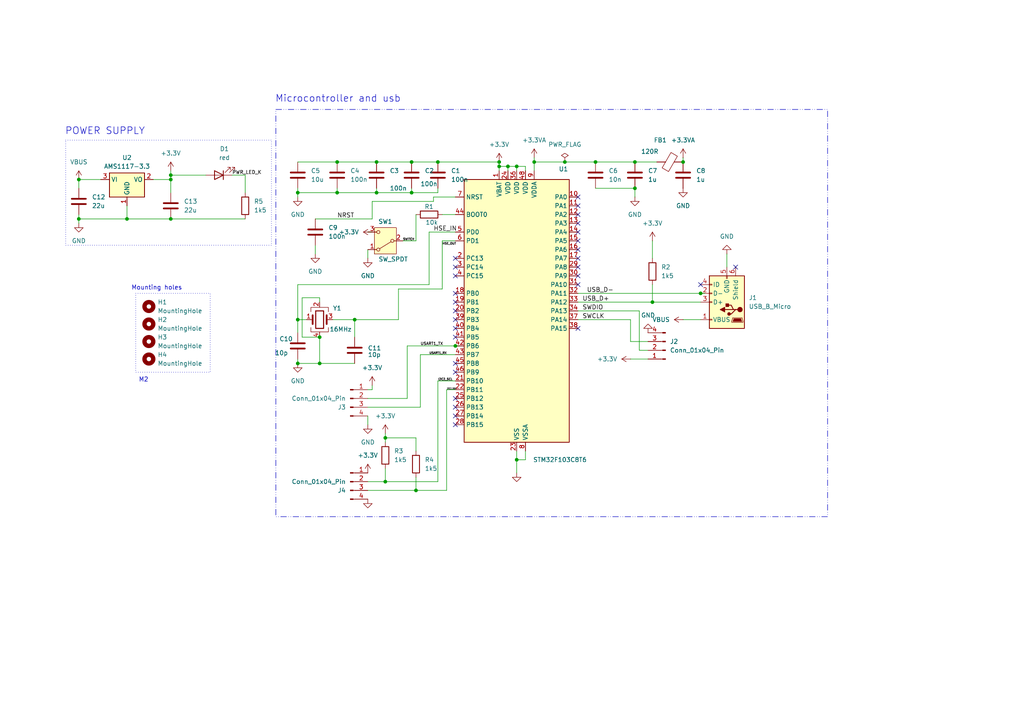
<source format=kicad_sch>
(kicad_sch (version 20231120) (generator "eeschema") (generator_version "8.0")
  (paper "A4")
  (lib_symbols
    (symbol "Connector:Conn_01x04_Pin" (pin_names (offset 1.016) hide)
      (property "Reference" "J" (at 0 5.08 0))
      (property "Value" "Conn_01x04_Pin" (at 0 -7.62 0))
      (symbol "Conn_01x04_Pin_1_1"
        (polyline (pts (xy 1.27 -5.08) (xy 0.8636 -5.08)) (stroke (width 0.1524)))
        (polyline (pts (xy 1.27 -2.54) (xy 0.8636 -2.54)) (stroke (width 0.1524)))
        (polyline (pts (xy 1.27 0) (xy 0.8636 0)) (stroke (width 0.1524)))
        (polyline (pts (xy 1.27 2.54) (xy 0.8636 2.54)) (stroke (width 0.1524)))
        (rectangle (start 0.8636 -4.953) (end 0 -5.207) (stroke (width 0.1524)) (fill (type outline)))
        (rectangle (start 0.8636 -2.413) (end 0 -2.667) (stroke (width 0.1524)) (fill (type outline)))
        (rectangle (start 0.8636 0.127) (end 0 -0.127) (stroke (width 0.1524)) (fill (type outline)))
        (rectangle (start 0.8636 2.667) (end 0 2.413) (stroke (width 0.1524)) (fill (type outline)))
        (pin passive line (at 5.08 2.54 180) (length 3.81) (name "Pin_1") (number "1"))
        (pin passive line (at 5.08 0 180) (length 3.81) (name "Pin_2") (number "2"))
        (pin passive line (at 5.08 -2.54 180) (length 3.81) (name "Pin_3") (number "3"))
        (pin passive line (at 5.08 -5.08 180) (length 3.81) (name "Pin_4") (number "4"))
      )
    )
    (symbol "Connector:USB_B_Micro" (pin_names (offset 1.016))
      (property "Reference" "J" (at -5.08 11.43 0))
      (property "Value" "USB_B_Micro" (at -5.08 8.89 0))
      (symbol "USB_B_Micro_0_1"
        (rectangle (start -5.08 -7.62) (end 5.08 7.62) (stroke (width 0.254)) (fill (type background)))
        (circle (center -3.81 2.159) (radius 0.635) (stroke (width 0.254)) (fill (type outline)))
        (circle (center -0.635 3.429) (radius 0.381) (stroke (width 0.254)) (fill (type outline)))
        (rectangle (start -0.127 -7.62) (end 0.127 -6.858))
        (polyline (pts (xy -1.905 2.159) (xy 0.635 2.159)) (stroke (width 0.254)))
        (polyline (pts (xy -3.175 2.159) (xy -2.54 2.159) (xy -1.27 3.429) (xy -0.635 3.429)) (stroke (width 0.254)))
        (polyline (pts (xy -2.54 2.159) (xy -1.905 2.159) (xy -1.27 0.889) (xy 0 0.889)) (stroke (width 0.254)))
        (polyline (pts (xy 0.635 2.794) (xy 0.635 1.524) (xy 1.905 2.159) (xy 0.635 2.794)) (stroke (width 0.254)) (fill (type outline)))
        (polyline (pts (xy -4.318 5.588) (xy -1.778 5.588) (xy -2.032 4.826) (xy -4.064 4.826) (xy -4.318 5.588)) (fill (type outline)))
        (polyline (pts (xy -4.699 5.842) (xy -4.699 5.588) (xy -4.445 4.826) (xy -4.445 4.572) (xy -1.651 4.572) (xy -1.651 4.826) (xy -1.397 5.588) (xy -1.397 5.842) (xy -4.699 5.842)))
        (rectangle (start 0.254 1.27) (end -0.508 0.508) (stroke (width 0.254)) (fill (type outline)))
        (rectangle (start 5.08 -5.207) (end 4.318 -4.953))
        (rectangle (start 5.08 -2.667) (end 4.318 -2.413))
        (rectangle (start 5.08 -0.127) (end 4.318 0.127))
        (rectangle (start 5.08 4.953) (end 4.318 5.207))
      )
      (symbol "USB_B_Micro_1_1"
        (pin power_out line (at 7.62 5.08 180) (length 2.54) (name "VBUS") (number "1"))
        (pin bidirectional line (at 7.62 -2.54 180) (length 2.54) (name "D-") (number "2"))
        (pin bidirectional line (at 7.62 0 180) (length 2.54) (name "D+") (number "3"))
        (pin passive line (at 7.62 -5.08 180) (length 2.54) (name "ID") (number "4"))
        (pin power_out line (at 0 -10.16 90) (length 2.54) (name "GND") (number "5"))
        (pin passive line (at -2.54 -10.16 90) (length 2.54) (name "Shield") (number "6"))
      )
    )
    (symbol "Device:C" (pin_numbers hide) (pin_names (offset 0.254))
      (property "Reference" "C" (at 0.635 2.54 0))
      (property "Value" "C" (at 0.635 -2.54 0))
      (symbol "C_0_1"
        (polyline (pts (xy -2.032 -0.762) (xy 2.032 -0.762)) (stroke (width 0.508)))
        (polyline (pts (xy -2.032 0.762) (xy 2.032 0.762)) (stroke (width 0.508)))
      )
      (symbol "C_1_1"
        (pin passive line (at 0 3.81 270) (length 2.794) (name "~") (number "1"))
        (pin passive line (at 0 -3.81 90) (length 2.794) (name "~") (number "2"))
      )
    )
    (symbol "Device:Crystal_GND24" (pin_names (offset 1.016) hide)
      (property "Reference" "Y" (at 3.175 5.08 0))
      (property "Value" "Crystal_GND24" (at 3.175 3.175 0))
      (symbol "Crystal_GND24_0_1"
        (rectangle (start -1.143 2.54) (end 1.143 -2.54) (stroke (width 0.3048)))
        (polyline (pts (xy -2.54 0) (xy -2.032 0)))
        (polyline (pts (xy -2.032 -1.27) (xy -2.032 1.27)) (stroke (width 0.508)))
        (polyline (pts (xy 0 -3.81) (xy 0 -3.556)))
        (polyline (pts (xy 0 3.556) (xy 0 3.81)))
        (polyline (pts (xy 2.032 -1.27) (xy 2.032 1.27)) (stroke (width 0.508)))
        (polyline (pts (xy 2.032 0) (xy 2.54 0)))
        (polyline (pts (xy -2.54 -2.286) (xy -2.54 -3.556) (xy 2.54 -3.556) (xy 2.54 -2.286)))
        (polyline (pts (xy -2.54 2.286) (xy -2.54 3.556) (xy 2.54 3.556) (xy 2.54 2.286)))
      )
      (symbol "Crystal_GND24_1_1"
        (pin passive line (at -3.81 0 0) (length 1.27) (name "1") (number "1"))
        (pin passive line (at 0 5.08 270) (length 1.27) (name "2") (number "2"))
        (pin passive line (at 3.81 0 180) (length 1.27) (name "3") (number "3"))
        (pin passive line (at 0 -5.08 90) (length 1.27) (name "4") (number "4"))
      )
    )
    (symbol "Device:FerriteBead" (pin_numbers hide) (pin_names (offset 0))
      (property "Reference" "FB" (at -3.81 0.635 90))
      (property "Value" "FerriteBead" (at 3.81 0 90))
      (symbol "FerriteBead_0_1"
        (polyline (pts (xy 0 -1.27) (xy 0 -1.2192)))
        (polyline (pts (xy 0 1.27) (xy 0 1.2954)))
        (polyline (pts (xy -2.7686 0.4064) (xy -1.7018 2.2606) (xy 2.7686 -0.3048) (xy 1.6764 -2.159) (xy -2.7686 0.4064)))
      )
      (symbol "FerriteBead_1_1"
        (pin passive line (at 0 3.81 270) (length 2.54) (name "~") (number "1"))
        (pin passive line (at 0 -3.81 90) (length 2.54) (name "~") (number "2"))
      )
    )
    (symbol "Device:LED" (pin_numbers hide) (pin_names (offset 1.016) hide)
      (property "Reference" "D" (at 0 2.54 0))
      (property "Value" "LED" (at 0 -2.54 0))
      (symbol "LED_0_1"
        (polyline (pts (xy -1.27 -1.27) (xy -1.27 1.27)) (stroke (width 0.254)))
        (polyline (pts (xy -1.27 0) (xy 1.27 0)))
        (polyline (pts (xy 1.27 -1.27) (xy 1.27 1.27) (xy -1.27 0) (xy 1.27 -1.27)) (stroke (width 0.254)))
        (polyline (pts (xy -3.048 -0.762) (xy -4.572 -2.286) (xy -3.81 -2.286) (xy -4.572 -2.286) (xy -4.572 -1.524)))
        (polyline (pts (xy -1.778 -0.762) (xy -3.302 -2.286) (xy -2.54 -2.286) (xy -3.302 -2.286) (xy -3.302 -1.524)))
      )
      (symbol "LED_1_1"
        (pin passive line (at -3.81 0 0) (length 2.54) (name "K") (number "1"))
        (pin passive line (at 3.81 0 180) (length 2.54) (name "A") (number "2"))
      )
    )
    (symbol "Device:R" (pin_numbers hide) (pin_names (offset 0))
      (property "Reference" "R" (at 2.032 0 90))
      (property "Value" "R" (at 0 0 90))
      (symbol "R_0_1"
        (rectangle (start -1.016 -2.54) (end 1.016 2.54) (stroke (width 0.254)))
      )
      (symbol "R_1_1"
        (pin passive line (at 0 3.81 270) (length 1.27) (name "~") (number "1"))
        (pin passive line (at 0 -3.81 90) (length 1.27) (name "~") (number "2"))
      )
    )
    (symbol "MCU_ST_STM32F1:STM32F103C8Tx"
      (property "Reference" "U" (at -15.24 39.37 0))
      (property "Value" "STM32F103C8Tx" (at 7.62 39.37 0))
      (symbol "STM32F103C8Tx_0_1"
        (rectangle (start -15.24 -38.1) (end 15.24 38.1) (stroke (width 0.254)) (fill (type background)))
      )
      (symbol "STM32F103C8Tx_1_1"
        (pin power_in line (at -5.08 40.64 270) (length 2.54) (name "VBAT") (number "1"))
        (pin bidirectional line (at 17.78 33.02 180) (length 2.54) (name "PA0") (number "10"))
        (pin bidirectional line (at 17.78 30.48 180) (length 2.54) (name "PA1") (number "11"))
        (pin bidirectional line (at 17.78 27.94 180) (length 2.54) (name "PA2") (number "12"))
        (pin bidirectional line (at 17.78 25.4 180) (length 2.54) (name "PA3") (number "13"))
        (pin bidirectional line (at 17.78 22.86 180) (length 2.54) (name "PA4") (number "14"))
        (pin bidirectional line (at 17.78 20.32 180) (length 2.54) (name "PA5") (number "15"))
        (pin bidirectional line (at 17.78 17.78 180) (length 2.54) (name "PA6") (number "16"))
        (pin bidirectional line (at 17.78 15.24 180) (length 2.54) (name "PA7") (number "17"))
        (pin bidirectional line (at -17.78 5.08 0) (length 2.54) (name "PB0") (number "18"))
        (pin bidirectional line (at -17.78 2.54 0) (length 2.54) (name "PB1") (number "19"))
        (pin bidirectional line (at -17.78 15.24 0) (length 2.54) (name "PC13") (number "2"))
        (pin bidirectional line (at -17.78 0 0) (length 2.54) (name "PB2") (number "20"))
        (pin bidirectional line (at -17.78 -20.32 0) (length 2.54) (name "PB10") (number "21"))
        (pin bidirectional line (at -17.78 -22.86 0) (length 2.54) (name "PB11") (number "22"))
        (pin power_in line (at 0 -40.64 90) (length 2.54) (name "VSS") (number "23"))
        (pin power_in line (at -2.54 40.64 270) (length 2.54) (name "VDD") (number "24"))
        (pin bidirectional line (at -17.78 -25.4 0) (length 2.54) (name "PB12") (number "25"))
        (pin bidirectional line (at -17.78 -27.94 0) (length 2.54) (name "PB13") (number "26"))
        (pin bidirectional line (at -17.78 -30.48 0) (length 2.54) (name "PB14") (number "27"))
        (pin bidirectional line (at -17.78 -33.02 0) (length 2.54) (name "PB15") (number "28"))
        (pin bidirectional line (at 17.78 12.7 180) (length 2.54) (name "PA8") (number "29"))
        (pin bidirectional line (at -17.78 12.7 0) (length 2.54) (name "PC14") (number "3"))
        (pin bidirectional line (at 17.78 10.16 180) (length 2.54) (name "PA9") (number "30"))
        (pin bidirectional line (at 17.78 7.62 180) (length 2.54) (name "PA10") (number "31"))
        (pin bidirectional line (at 17.78 5.08 180) (length 2.54) (name "PA11") (number "32"))
        (pin bidirectional line (at 17.78 2.54 180) (length 2.54) (name "PA12") (number "33"))
        (pin bidirectional line (at 17.78 0 180) (length 2.54) (name "PA13") (number "34"))
        (pin passive line (at 0 -40.64 90) (length 2.54) hide (name "VSS") (number "35"))
        (pin power_in line (at 0 40.64 270) (length 2.54) (name "VDD") (number "36"))
        (pin bidirectional line (at 17.78 -2.54 180) (length 2.54) (name "PA14") (number "37"))
        (pin bidirectional line (at 17.78 -5.08 180) (length 2.54) (name "PA15") (number "38"))
        (pin bidirectional line (at -17.78 -2.54 0) (length 2.54) (name "PB3") (number "39"))
        (pin bidirectional line (at -17.78 10.16 0) (length 2.54) (name "PC15") (number "4"))
        (pin bidirectional line (at -17.78 -5.08 0) (length 2.54) (name "PB4") (number "40"))
        (pin bidirectional line (at -17.78 -7.62 0) (length 2.54) (name "PB5") (number "41"))
        (pin bidirectional line (at -17.78 -10.16 0) (length 2.54) (name "PB6") (number "42"))
        (pin bidirectional line (at -17.78 -12.7 0) (length 2.54) (name "PB7") (number "43"))
        (pin input line (at -17.78 27.94 0) (length 2.54) (name "BOOT0") (number "44"))
        (pin bidirectional line (at -17.78 -15.24 0) (length 2.54) (name "PB8") (number "45"))
        (pin bidirectional line (at -17.78 -17.78 0) (length 2.54) (name "PB9") (number "46"))
        (pin passive line (at 0 -40.64 90) (length 2.54) hide (name "VSS") (number "47"))
        (pin power_in line (at 2.54 40.64 270) (length 2.54) (name "VDD") (number "48"))
        (pin bidirectional line (at -17.78 22.86 0) (length 2.54) (name "PD0") (number "5"))
        (pin bidirectional line (at -17.78 20.32 0) (length 2.54) (name "PD1") (number "6"))
        (pin input line (at -17.78 33.02 0) (length 2.54) (name "NRST") (number "7"))
        (pin power_in line (at 2.54 -40.64 90) (length 2.54) (name "VSSA") (number "8"))
        (pin power_in line (at 5.08 40.64 270) (length 2.54) (name "VDDA") (number "9"))
      )
    )
    (symbol "Mechanical:MountingHole" (pin_names (offset 1.016)) (exclude_from_sim yes) (in_bom no)
      (property "Reference" "H" (at 0 5.08 0))
      (property "Value" "MountingHole" (at 0 3.175 0))
      (symbol "MountingHole_0_1"
        (circle (center 0 0) (radius 1.27) (stroke (width 1.27)))
      )
    )
    (symbol "Regulator_Linear:AMS1117-3.3"
      (property "Reference" "U" (at -3.81 3.175 0))
      (property "Value" "AMS1117-3.3" (at 0 3.175 0))
      (symbol "AMS1117-3.3_0_1"
        (rectangle (start -5.08 -5.08) (end 5.08 1.905) (stroke (width 0.254)) (fill (type background)))
      )
      (symbol "AMS1117-3.3_1_1"
        (pin power_in line (at 0 -7.62 90) (length 2.54) (name "GND") (number "1"))
        (pin power_out line (at 7.62 0 180) (length 2.54) (name "VO") (number "2"))
        (pin power_in line (at -7.62 0 0) (length 2.54) (name "VI") (number "3"))
      )
    )
    (symbol "Switch:SW_SPDT" (pin_names (offset 0) hide)
      (property "Reference" "SW" (at 0 5.08 0))
      (property "Value" "SW_SPDT" (at 0 -5.08 0))
      (symbol "SW_SPDT_0_1"
        (circle (center -2.032 0) (radius 0.4572))
        (polyline (pts (xy -1.651 0.254) (xy 1.651 2.286)))
        (circle (center 2.032 -2.54) (radius 0.4572))
        (circle (center 2.032 2.54) (radius 0.4572))
      )
      (symbol "SW_SPDT_1_1"
        (rectangle (start -3.175 3.81) (end 3.175 -3.81) (fill (type background)))
        (pin passive line (at 5.08 2.54 180) (length 2.54) (name "A") (number "1"))
        (pin passive line (at -5.08 0 0) (length 2.54) (name "B") (number "2"))
        (pin passive line (at 5.08 -2.54 180) (length 2.54) (name "C") (number "3"))
      )
    )
    (symbol "power:+3.3V" (power) (pin_numbers hide) (pin_names (offset 0) hide)
      (property "Value" "+3.3V" (at 0 3.556 0))
      (symbol "+3.3V_0_1"
        (polyline (pts (xy -0.762 1.27) (xy 0 2.54)))
        (polyline (pts (xy 0 0) (xy 0 2.54)))
        (polyline (pts (xy 0 2.54) (xy 0.762 1.27)))
      )
      (symbol "+3.3V_1_1"
        (pin power_in line (at 0 0 90) (length 0) (name "~") (number "1"))
      )
    )
    (symbol "power:+3.3VA" (power) (pin_numbers hide) (pin_names (offset 0) hide)
      (property "Value" "+3.3VA" (at 0 3.556 0))
      (symbol "+3.3VA_0_1"
        (polyline (pts (xy -0.762 1.27) (xy 0 2.54)))
        (polyline (pts (xy 0 0) (xy 0 2.54)))
        (polyline (pts (xy 0 2.54) (xy 0.762 1.27)))
      )
      (symbol "+3.3VA_1_1"
        (pin power_in line (at 0 0 90) (length 0) (name "~") (number "1"))
      )
    )
    (symbol "power:GND" (power) (pin_numbers hide) (pin_names (offset 0) hide)
      (property "Value" "GND" (at 0 -3.81 0))
      (symbol "GND_0_1"
        (polyline (pts (xy 0 0) (xy 0 -1.27) (xy 1.27 -1.27) (xy 0 -2.54) (xy -1.27 -1.27) (xy 0 -1.27)))
      )
      (symbol "GND_1_1"
        (pin power_in line (at 0 0 270) (length 0) (name "~") (number "1"))
      )
    )
    (symbol "power:PWR_FLAG" (power) (pin_numbers hide) (pin_names (offset 0) hide)
      (property "Value" "PWR_FLAG" (at 0 3.81 0))
      (symbol "PWR_FLAG_0_0"
        (pin power_out line (at 0 0 90) (length 0) (name "~") (number "1"))
      )
      (symbol "PWR_FLAG_0_1"
        (polyline (pts (xy 0 0) (xy 0 1.27) (xy -1.016 1.905) (xy 0 2.54) (xy 1.016 1.905) (xy 0 1.27)))
      )
    )
    (symbol "power:VBUS" (power) (pin_numbers hide) (pin_names (offset 0) hide)
      (property "Value" "VBUS" (at 0 3.556 0))
      (symbol "VBUS_0_1"
        (polyline (pts (xy -0.762 1.27) (xy 0 2.54)))
        (polyline (pts (xy 0 0) (xy 0 2.54)))
        (polyline (pts (xy 0 2.54) (xy 0.762 1.27)))
      )
      (symbol "VBUS_1_1"
        (pin power_in line (at 0 0 90) (length 0) (name "~") (number "1"))
      )
    )
  )
  (junction (at 147.32 48.26))
  (junction (at 132.08 100.33))
  (junction (at 163.83 46.99))
  (junction (at 49.53 52.07))
  (junction (at 86.36 55.88))
  (junction (at 120.65 142.24))
  (junction (at 97.79 55.88))
  (junction (at 119.38 55.88))
  (junction (at 127 46.99))
  (junction (at 97.79 46.99))
  (junction (at 22.86 52.07))
  (junction (at 144.78 48.26))
  (junction (at 111.76 139.7))
  (junction (at 92.71 105.41))
  (junction (at 149.86 133.35))
  (junction (at 154.94 46.99))
  (junction (at 109.22 46.99))
  (junction (at 92.71 97.79))
  (junction (at 86.36 92.71))
  (junction (at 49.53 50.8))
  (junction (at 102.87 92.71))
  (junction (at 144.78 46.99))
  (junction (at 49.53 63.5))
  (junction (at 189.23 87.63))
  (junction (at 184.15 46.99))
  (junction (at 198.12 46.99))
  (junction (at 149.86 48.26))
  (junction (at 172.72 46.99))
  (junction (at 22.86 63.5))
  (junction (at 36.83 63.5))
  (junction (at 86.36 105.41))
  (junction (at 203.2 85.09))
  (junction (at 184.15 54.61))
  (junction (at 119.38 46.99))
  (junction (at 111.76 127))
  (junction (at 109.22 55.88))
  (no_connect (at 132.08 107.95))
  (no_connect (at 132.08 74.93))
  (no_connect (at 213.36 77.47))
  (no_connect (at 132.08 77.47))
  (no_connect (at 132.08 92.71))
  (no_connect (at 167.64 74.93))
  (no_connect (at 167.64 57.15))
  (no_connect (at 167.64 82.55))
  (no_connect (at 167.64 77.47))
  (no_connect (at 167.64 62.23))
  (no_connect (at 132.08 87.63))
  (no_connect (at 132.08 105.41))
  (no_connect (at 167.64 67.31))
  (no_connect (at 132.08 97.79))
  (no_connect (at 132.08 115.57))
  (no_connect (at 167.64 72.39))
  (no_connect (at 132.08 123.19))
  (no_connect (at 132.08 95.25))
  (no_connect (at 132.08 118.11))
  (no_connect (at 132.08 80.01))
  (no_connect (at 167.64 69.85))
  (no_connect (at 167.64 64.77))
  (no_connect (at 132.08 90.17))
  (no_connect (at 167.64 80.01))
  (no_connect (at 132.08 120.65))
  (no_connect (at 167.64 59.69))
  (no_connect (at 132.08 85.09))
  (no_connect (at 167.64 95.25))
  (no_connect (at 203.2 82.55))
  (wire (pts (xy 127 139.7) (xy 127 110.49)))
  (wire (pts (xy 152.4 48.26) (xy 152.4 49.53)))
  (wire (pts (xy 147.32 48.26) (xy 149.86 48.26)))
  (wire (pts (xy 86.36 105.41) (xy 86.36 104.14)))
  (wire (pts (xy 210.82 73.66) (xy 210.82 77.47)))
  (wire (pts (xy 182.88 92.71) (xy 182.88 99.06)))
  (wire (pts (xy 185.42 90.17) (xy 185.42 101.6)))
  (wire (pts (xy 115.57 92.71) (xy 102.87 92.71)))
  (wire (pts (xy 152.4 133.35) (xy 152.4 130.81)))
  (wire (pts (xy 129.54 113.03) (xy 132.08 113.03)))
  (wire (pts (xy 144.78 46.99) (xy 144.78 48.26)))
  (wire (pts (xy 22.86 63.5) (xy 22.86 64.77)))
  (wire (pts (xy 118.11 115.57) (xy 118.11 100.33)))
  (wire (pts (xy 115.57 83.82) (xy 115.57 92.71)))
  (wire (pts (xy 106.68 142.24) (xy 120.65 142.24)))
  (wire (pts (xy 203.2 85.09) (xy 204.47 85.09)))
  (wire (pts (xy 149.86 133.35) (xy 149.86 130.81)))
  (wire (pts (xy 87.63 97.79) (xy 92.71 97.79)))
  (wire (pts (xy 203.2 85.09) (xy 167.64 85.09)))
  (wire (pts (xy 22.86 54.61) (xy 22.86 52.07)))
  (wire (pts (xy 49.53 52.07) (xy 49.53 55.88)))
  (wire (pts (xy 132.08 100.33) (xy 133.35 100.33)))
  (wire (pts (xy 86.36 92.71) (xy 88.9 92.71)))
  (wire (pts (xy 120.65 69.85) (xy 116.84 69.85)))
  (wire (pts (xy 184.15 54.61) (xy 184.15 57.15)))
  (wire (pts (xy 109.22 55.88) (xy 119.38 55.88)))
  (wire (pts (xy 102.87 92.71) (xy 102.87 97.79)))
  (wire (pts (xy 124.46 67.31) (xy 124.46 82.55)))
  (wire (pts (xy 127 110.49) (xy 132.08 110.49)))
  (wire (pts (xy 22.86 63.5) (xy 36.83 63.5)))
  (wire (pts (xy 154.94 45.72) (xy 154.94 46.99)))
  (wire (pts (xy 167.64 87.63) (xy 189.23 87.63)))
  (wire (pts (xy 154.94 46.99) (xy 163.83 46.99)))
  (wire (pts (xy 198.12 45.72) (xy 198.12 46.99)))
  (wire (pts (xy 124.46 82.55) (xy 86.36 82.55)))
  (wire (pts (xy 86.36 82.55) (xy 86.36 92.71)))
  (wire (pts (xy 111.76 139.7) (xy 127 139.7)))
  (wire (pts (xy 106.68 118.11) (xy 121.92 118.11)))
  (wire (pts (xy 111.76 135.89) (xy 111.76 139.7)))
  (wire (pts (xy 189.23 69.85) (xy 189.23 74.93)))
  (wire (pts (xy 92.71 97.79) (xy 92.71 105.41)))
  (wire (pts (xy 49.53 63.5) (xy 71.12 63.5)))
  (wire (pts (xy 119.38 55.88) (xy 119.38 54.61)))
  (wire (pts (xy 106.68 120.65) (xy 106.68 123.19)))
  (wire (pts (xy 121.92 118.11) (xy 121.92 102.87)))
  (wire (pts (xy 67.31 50.8) (xy 71.12 50.8)))
  (wire (pts (xy 190.5 46.99) (xy 184.15 46.99)))
  (wire (pts (xy 119.38 55.88) (xy 127 55.88)))
  (wire (pts (xy 86.36 55.88) (xy 86.36 57.15)))
  (wire (pts (xy 120.65 127) (xy 120.65 130.81)))
  (wire (pts (xy 189.23 82.55) (xy 189.23 87.63)))
  (wire (pts (xy 127 46.99) (xy 119.38 46.99)))
  (wire (pts (xy 97.79 55.88) (xy 109.22 55.88)))
  (wire (pts (xy 22.86 52.07) (xy 29.21 52.07)))
  (wire (pts (xy 87.63 86.36) (xy 87.63 97.79)))
  (wire (pts (xy 125.73 58.42) (xy 125.73 57.15)))
  (wire (pts (xy 71.12 50.8) (xy 71.12 55.88)))
  (wire (pts (xy 91.44 73.66) (xy 91.44 71.12)))
  (wire (pts (xy 109.22 46.99) (xy 97.79 46.99)))
  (wire (pts (xy 120.65 62.23) (xy 120.65 69.85)))
  (wire (pts (xy 102.87 92.71) (xy 96.52 92.71)))
  (wire (pts (xy 149.86 48.26) (xy 152.4 48.26)))
  (wire (pts (xy 203.2 92.71) (xy 198.12 92.71)))
  (wire (pts (xy 185.42 101.6) (xy 187.96 101.6)))
  (wire (pts (xy 106.68 113.03) (xy 107.95 113.03)))
  (wire (pts (xy 91.44 63.5) (xy 107.95 63.5)))
  (wire (pts (xy 128.27 62.23) (xy 132.08 62.23)))
  (wire (pts (xy 120.65 138.43) (xy 120.65 142.24)))
  (wire (pts (xy 144.78 46.99) (xy 127 46.99)))
  (wire (pts (xy 119.38 46.99) (xy 109.22 46.99)))
  (wire (pts (xy 107.95 63.5) (xy 107.95 58.42)))
  (wire (pts (xy 86.36 54.61) (xy 86.36 55.88)))
  (wire (pts (xy 106.68 139.7) (xy 111.76 139.7)))
  (wire (pts (xy 92.71 86.36) (xy 87.63 86.36)))
  (wire (pts (xy 111.76 127) (xy 111.76 128.27)))
  (wire (pts (xy 86.36 55.88) (xy 97.79 55.88)))
  (wire (pts (xy 36.83 63.5) (xy 49.53 63.5)))
  (wire (pts (xy 167.64 92.71) (xy 182.88 92.71)))
  (wire (pts (xy 182.88 99.06) (xy 187.96 99.06)))
  (wire (pts (xy 44.45 52.07) (xy 49.53 52.07)))
  (wire (pts (xy 128.27 83.82) (xy 115.57 83.82)))
  (wire (pts (xy 49.53 50.8) (xy 59.69 50.8)))
  (wire (pts (xy 107.95 113.03) (xy 107.95 111.76)))
  (wire (pts (xy 149.86 48.26) (xy 149.86 49.53)))
  (wire (pts (xy 189.23 87.63) (xy 203.2 87.63)))
  (wire (pts (xy 149.86 137.16) (xy 149.86 133.35)))
  (wire (pts (xy 49.53 49.53) (xy 49.53 50.8)))
  (wire (pts (xy 144.78 48.26) (xy 147.32 48.26)))
  (wire (pts (xy 86.36 96.52) (xy 86.36 92.71)))
  (wire (pts (xy 106.68 115.57) (xy 118.11 115.57)))
  (wire (pts (xy 163.83 46.99) (xy 172.72 46.99)))
  (wire (pts (xy 172.72 46.99) (xy 184.15 46.99)))
  (wire (pts (xy 125.73 57.15) (xy 132.08 57.15)))
  (wire (pts (xy 111.76 125.73) (xy 111.76 127)))
  (wire (pts (xy 120.65 142.24) (xy 129.54 142.24)))
  (wire (pts (xy 92.71 105.41) (xy 102.87 105.41)))
  (wire (pts (xy 36.83 59.69) (xy 36.83 63.5)))
  (wire (pts (xy 128.27 69.85) (xy 128.27 83.82)))
  (wire (pts (xy 144.78 48.26) (xy 144.78 49.53)))
  (wire (pts (xy 107.95 58.42) (xy 125.73 58.42)))
  (wire (pts (xy 86.36 105.41) (xy 92.71 105.41)))
  (wire (pts (xy 106.68 67.31) (xy 107.95 67.31)))
  (wire (pts (xy 109.22 55.88) (xy 109.22 54.61)))
  (wire (pts (xy 124.46 67.31) (xy 132.08 67.31)))
  (wire (pts (xy 22.86 62.23) (xy 22.86 63.5)))
  (wire (pts (xy 97.79 46.99) (xy 86.36 46.99)))
  (wire (pts (xy 172.72 54.61) (xy 184.15 54.61)))
  (wire (pts (xy 147.32 48.26) (xy 147.32 49.53)))
  (wire (pts (xy 154.94 46.99) (xy 154.94 49.53)))
  (wire (pts (xy 187.96 104.14) (xy 182.88 104.14)))
  (wire (pts (xy 118.11 100.33) (xy 132.08 100.33)))
  (wire (pts (xy 97.79 55.88) (xy 97.79 54.61)))
  (wire (pts (xy 128.27 69.85) (xy 132.08 69.85)))
  (wire (pts (xy 127 55.88) (xy 127 54.61)))
  (wire (pts (xy 167.64 90.17) (xy 185.42 90.17)))
  (wire (pts (xy 129.54 113.03) (xy 129.54 142.24)))
  (wire (pts (xy 49.53 50.8) (xy 49.53 52.07)))
  (wire (pts (xy 149.86 133.35) (xy 152.4 133.35)))
  (wire (pts (xy 121.92 102.87) (xy 132.08 102.87)))
  (wire (pts (xy 106.68 72.39) (xy 106.68 74.93)))
  (wire (pts (xy 111.76 127) (xy 120.65 127)))
  (wire (pts (xy 92.71 87.63) (xy 92.71 86.36)))
  (rectangle (start 39.37 85.09) (end 60.96 107.95) (stroke (width 0) (type dot)))
  (rectangle (start 80.01 31.75) (end 240.03 149.86) (stroke (width 0) (type dash_dot_dot)))
  (rectangle (start 19.05 40.64) (end 78.74 71.12) (stroke (width 0) (type dot)))
  (text "Mounting holes\n" (at 45.466 83.566 0) (effects (font (size 1.27 1.27))))
  (text "Microcontroller and usb" (at 98.044 28.702 0) (effects (font (size 2 2))))
  (text "M2\n" (at 41.656 110.236 0) (effects (font (size 1.27 1.27))))
  (text "POWER SUPPLY" (at 30.48 38.1 0) (effects (font (size 2 2))))
  (label "I2C2_SDA" (at 129.54 113.03 0) (effects (font (size 0.4 0.4))))
  (label "NRST" (at 97.79 63.5 0))
  (label "SWITCH" (at 116.84 69.85 0) (effects (font (size 0.6 0.6))))
  (label "USART1_RX" (at 124.46 102.87 0) (effects (font (size 0.6 0.6))))
  (label "USB_D-" (at 170.18 85.09 0))
  (label "I2C2_SCL" (at 127 110.49 0) (effects (font (size 0.6 0.6))))
  (label "USART1_TX" (at 121.92 100.33 0) (effects (font (size 0.8 0.8))))
  (label "SWDIO" (at 168.91 90.17 0))
  (label "USB_D+" (at 168.91 87.63 0))
  (label "SWCLK" (at 168.91 92.71 0))
  (label "PWR_LED_K" (at 67.31 50.8 0) (effects (font (size 1 1))))
  (label "HSE_IN" (at 125.73 67.31 0))
  (label "HSE_OUT" (at 128.27 71.12 0) (effects (font (size 0.6 0.6))))
  (symbol (lib_id "power:PWR_FLAG") (at 163.83 46.99 0) (unit 1)
    (property "Reference" "#FLG01" (effects (hide yes)))
    (property "Value" "PWR_FLAG" (at 163.83 41.91 0))
    (property "Description" "Special symbol for telling ERC where power comes from" (effects (hide yes)))
  )
  (symbol (lib_id "power:+3.3V") (at 144.78 46.99 0) (unit 1)
    (property "Reference" "#PWR01" (effects (hide yes)))
    (property "Value" "+3.3V" (at 144.78 41.91 0))
    (property "Description" "Power symbol creates a global label with name \"+3.3V\"" (effects (hide yes)))
  )
  (symbol (lib_id "Mechanical:MountingHole") (at 43.18 93.98 0) (unit 1) (exclude_from_sim yes) (in_bom no)
    (property "Reference" "H2" (at 45.72 92.7099 0) (effects (justify left)))
    (property "Value" "MountingHole" (at 45.72 95.2499 0) (effects (justify left)))
    (property "Footprint" "MountingHole:MountingHole_2.2mm_M2" (effects (hide yes)))
    (property "Description" "Mounting Hole without connection" (effects (hide yes)))
  )
  (symbol (lib_id "Device:C") (at 172.72 50.8 0) (unit 1)
    (property "Reference" "C6" (at 176.53 49.5299 0) (effects (justify left)))
    (property "Value" "10n" (at 176.53 52.0699 0) (effects (justify left)))
    (property "Footprint" "Capacitor_SMD:C_0402_1005Metric" (effects (hide yes)))
    (property "Description" "Unpolarized capacitor" (effects (hide yes)))
  )
  (symbol (lib_id "Switch:SW_SPDT") (at 111.76 69.85 180) (unit 1)
    (property "Reference" "SW1" (at 111.76 64.262 0))
    (property "Value" "SW_SPDT" (at 114.046 75.184 0))
    (property "Footprint" "Button_Switch_SMD:SW_SPDT_PCM12" (effects (hide yes)))
    (property "Description" "Switch, single pole double throw" (effects (hide yes)))
  )
  (symbol (lib_id "Device:C") (at 97.79 50.8 0) (unit 1)
    (property "Reference" "C4" (at 101.6 49.5299 0) (effects (justify left)))
    (property "Value" "100n" (at 101.6 52.0699 0) (effects (justify left)))
    (property "Footprint" "Capacitor_SMD:C_0402_1005Metric" (effects (hide yes)))
    (property "Description" "Unpolarized capacitor" (effects (hide yes)))
  )
  (symbol (lib_id "Connector:USB_B_Micro") (at 210.82 87.63 180) (unit 1)
    (property "Reference" "J1" (at 217.17 86.3599 0) (effects (justify right)))
    (property "Value" "USB_B_Micro" (at 217.17 88.8999 0) (effects (justify right)))
    (property "Footprint" "Connector_USB:USB_Micro-B_Wuerth_629105150521" (effects (hide yes)))
    (property "Description" "USB Micro Type B connector" (effects (hide yes)))
  )
  (symbol (lib_id "power:+3.3VA") (at 198.12 45.72 0) (unit 1)
    (property "Reference" "#PWR05" (effects (hide yes)))
    (property "Value" "+3.3VA" (at 198.12 40.64 0))
    (property "Description" "Power symbol creates a global label with name \"+3.3VA\"" (effects (hide yes)))
  )
  (symbol (lib_id "power:GND") (at 91.44 73.66 0) (unit 1)
    (property "Reference" "#PWR06" (effects (hide yes)))
    (property "Value" "GND" (at 91.44 78.74 0))
    (property "Description" "Power symbol creates a global label with name \"GND\" , ground" (effects (hide yes)))
  )
  (symbol (lib_id "power:GND") (at 187.96 96.52 180) (unit 1)
    (property "Reference" "#PWR014" (effects (hide yes)))
    (property "Value" "GND" (at 187.96 91.44 0))
    (property "Description" "Power symbol creates a global label with name \"GND\" , ground" (effects (hide yes)))
  )
  (symbol (lib_id "Device:C") (at 184.15 50.8 0) (unit 1)
    (property "Reference" "C7" (at 187.96 49.5299 0) (effects (justify left)))
    (property "Value" "1u" (at 187.96 52.0699 0) (effects (justify left)))
    (property "Footprint" "Capacitor_SMD:C_0402_1005Metric" (effects (hide yes)))
    (property "Description" "Unpolarized capacitor" (effects (hide yes)))
  )
  (symbol (lib_id "Mechanical:MountingHole") (at 43.18 88.9 0) (unit 1) (exclude_from_sim yes) (in_bom no)
    (property "Reference" "H1" (at 45.72 87.6299 0) (effects (justify left)))
    (property "Value" "MountingHole" (at 45.72 90.1699 0) (effects (justify left)))
    (property "Footprint" "MountingHole:MountingHole_2.2mm_M2" (effects (hide yes)))
    (property "Description" "Mounting Hole without connection" (effects (hide yes)))
  )
  (symbol (lib_id "power:+3.3VA") (at 154.94 45.72 0) (unit 1)
    (property "Reference" "#PWR03" (effects (hide yes)))
    (property "Value" "+3.3VA" (at 154.94 40.64 0))
    (property "Description" "Power symbol creates a global label with name \"+3.3VA\"" (effects (hide yes)))
  )
  (symbol (lib_id "Regulator_Linear:AMS1117-3.3") (at 36.83 52.07 0) (unit 1)
    (property "Reference" "U2" (at 36.83 45.72 0))
    (property "Value" "AMS1117-3.3" (at 36.83 48.26 0))
    (property "Footprint" "Package_TO_SOT_SMD:SOT-223-3_TabPin2" (effects (hide yes)))
    (property "Datasheet" "http://www.advanced-monolithic.com/pdf/ds1117.pdf" (effects (hide yes)))
    (property "Description" "1A Low Dropout regulator, positive, 3.3V fixed output, SOT-223" (effects (hide yes)))
  )
  (symbol (lib_id "Device:C") (at 198.12 50.8 0) (unit 1)
    (property "Reference" "C8" (at 201.93 49.5299 0) (effects (justify left)))
    (property "Value" "1u" (at 201.93 52.0699 0) (effects (justify left)))
    (property "Footprint" "Capacitor_SMD:C_0402_1005Metric" (effects (hide yes)))
    (property "Description" "Unpolarized capacitor" (effects (hide yes)))
  )
  (symbol (lib_id "Device:C") (at 86.36 50.8 0) (unit 1)
    (property "Reference" "C5" (at 90.17 49.5299 0) (effects (justify left)))
    (property "Value" "10u" (at 90.17 52.0699 0) (effects (justify left)))
    (property "Footprint" "Capacitor_SMD:C_0603_1608Metric" (effects (hide yes)))
    (property "Description" "Unpolarized capacitor" (effects (hide yes)))
  )
  (symbol (lib_id "Device:LED") (at 63.5 50.8 180) (unit 1)
    (property "Reference" "D1" (at 65.0875 43.18 0))
    (property "Value" "red" (at 65.0875 45.72 0))
    (property "Footprint" "LED_SMD:LED_0603_1608Metric" (effects (hide yes)))
    (property "Description" "Light emitting diode" (effects (hide yes)))
  )
  (symbol (lib_id "power:+3.3V") (at 106.68 137.16 0) (unit 1)
    (property "Reference" "#PWR020" (effects (hide yes)))
    (property "Value" "+3.3V" (at 106.68 132.08 0))
    (property "Description" "Power symbol creates a global label with name \"+3.3V\"" (effects (hide yes)))
  )
  (symbol (lib_id "power:GND") (at 106.68 144.78 0) (unit 1)
    (property "Reference" "#PWR019" (effects (hide yes)))
    (property "Value" "GND" (effects (hide yes)))
    (property "Description" "Power symbol creates a global label with name \"GND\" , ground" (effects (hide yes)))
  )
  (symbol (lib_id "power:GND") (at 22.86 64.77 0) (unit 1)
    (property "Reference" "#PWR015" (effects (hide yes)))
    (property "Value" "GND" (at 22.86 69.85 0))
    (property "Description" "Power symbol creates a global label with name \"GND\" , ground" (effects (hide yes)))
  )
  (symbol (lib_id "Device:C") (at 86.36 100.33 0) (unit 1)
    (property "Reference" "C10" (at 81.026 98.298 0) (effects (justify left)))
    (property "Value" "10p" (at 79.756 102.362 0) (effects (justify left)))
    (property "Footprint" "Capacitor_SMD:C_0402_1005Metric" (effects (hide yes)))
    (property "Description" "Unpolarized capacitor" (effects (hide yes)))
  )
  (symbol (lib_id "Device:Crystal_GND24") (at 92.71 92.71 0) (unit 1)
    (property "Reference" "Y1" (at 97.79 89.408 0))
    (property "Value" "16MHz" (at 98.806 95.504 0))
    (property "Footprint" "Crystal:Crystal_SMD_3225-4Pin_3.2x2.5mm" (effects (hide yes)))
    (property "Description" "Four pin crystal, GND on pins 2 and 4" (effects (hide yes)))
  )
  (symbol (lib_id "power:GND") (at 86.36 105.41 0) (unit 1)
    (property "Reference" "#PWR09" (effects (hide yes)))
    (property "Value" "GND" (at 86.36 110.49 0))
    (property "Description" "Power symbol creates a global label with name \"GND\" , ground" (effects (hide yes)))
  )
  (symbol (lib_id "power:GND") (at 86.36 57.15 0) (unit 1)
    (property "Reference" "#PWR02" (effects (hide yes)))
    (property "Value" "GND" (at 86.36 62.23 0))
    (property "Description" "Power symbol creates a global label with name \"GND\" , ground" (effects (hide yes)))
  )
  (symbol (lib_id "power:GND") (at 149.86 137.16 0) (unit 1)
    (property "Reference" "#PWR0101" (effects (hide yes)))
    (property "Value" "GND" (effects (hide yes)))
    (property "Description" "Power symbol creates a global label with name \"GND\" , ground" (effects (hide yes)))
  )
  (symbol (lib_id "Device:C") (at 49.53 59.69 0) (unit 1)
    (property "Reference" "C13" (at 53.34 58.4199 0) (effects (justify left)))
    (property "Value" "22u" (at 53.34 60.9599 0) (effects (justify left)))
    (property "Footprint" "Capacitor_SMD:C_0805_2012Metric" (effects (hide yes)))
    (property "Description" "Unpolarized capacitor" (effects (hide yes)))
  )
  (symbol (lib_id "MCU_ST_STM32F1:STM32F103C8Tx") (at 149.86 90.17 0) (unit 1)
    (property "Reference" "U1" (at 162.052 49.022 0) (effects (justify left)))
    (property "Value" "STM32F103C8T6" (at 154.5941 133.35 0) (effects (justify left)))
    (property "Footprint" "Package_QFP:LQFP-48_7x7mm_P0.5mm" (effects (hide yes)))
    (property "Datasheet" "https://www.st.com/resource/en/datasheet/stm32f103c8.pdf" (effects (hide yes)))
    (property "Description" "STMicroelectronics Arm Cortex-M3 MCU, 64KB flash, 20KB RAM, 72 MHz, 2.0-3.6V, 37 GPIO, LQFP48" (effects (hide yes)))
  )
  (symbol (lib_id "power:VBUS") (at 198.12 92.71 90) (unit 1)
    (property "Reference" "#PWR010" (effects (hide yes)))
    (property "Value" "VBUS" (at 194.31 92.71 90) (effects (justify left)))
    (property "Description" "Power symbol creates a global label with name \"VBUS\"" (effects (hide yes)))
  )
  (symbol (lib_id "power:VBUS") (at 22.86 52.07 0) (unit 1)
    (property "Reference" "#PWR017" (effects (hide yes)))
    (property "Value" "VBUS" (at 22.86 46.99 0))
    (property "Description" "Power symbol creates a global label with name \"VBUS\"" (effects (hide yes)))
  )
  (symbol (lib_id "Device:FerriteBead") (at 194.31 46.99 90) (unit 1)
    (property "Reference" "FB1" (at 191.516 40.64 90))
    (property "Value" "120R" (at 188.468 43.942 90))
    (property "Footprint" "Inductor_SMD:L_0603_1608Metric" (effects (hide yes)))
    (property "Description" "Ferrite bead" (effects (hide yes)))
  )
  (symbol (lib_id "Connector:Conn_01x04_Pin") (at 101.6 115.57 0) (unit 1)
    (property "Reference" "J3" (at 100.33 118.1101 0) (effects (justify right)))
    (property "Value" "Conn_01x04_Pin" (at 100.33 115.5701 0) (effects (justify right)))
    (property "Footprint" "Connector_PinHeader_2.54mm:PinHeader_1x04_P2.54mm_Vertical" (effects (hide yes)))
    (property "Description" "Generic connector, single row, 01x04, script generated" (effects (hide yes)))
  )
  (symbol (lib_id "Mechanical:MountingHole") (at 43.18 99.06 0) (unit 1) (exclude_from_sim yes) (in_bom no)
    (property "Reference" "H3" (at 45.72 97.7899 0) (effects (justify left)))
    (property "Value" "MountingHole" (at 45.72 100.3299 0) (effects (justify left)))
    (property "Footprint" "MountingHole:MountingHole_2.2mm_M2" (effects (hide yes)))
    (property "Description" "Mounting Hole without connection" (effects (hide yes)))
  )
  (symbol (lib_id "Connector:Conn_01x04_Pin") (at 193.04 101.6 180) (unit 1)
    (property "Reference" "J2" (at 194.31 99.0599 0) (effects (justify right)))
    (property "Value" "Conn_01x04_Pin" (at 194.31 101.5999 0) (effects (justify right)))
    (property "Footprint" "Connector_PinHeader_2.54mm:PinHeader_1x04_P2.54mm_Vertical" (effects (hide yes)))
    (property "Description" "Generic connector, single row, 01x04, script generated" (effects (hide yes)))
  )
  (symbol (lib_id "power:GND") (at 106.68 74.93 0) (unit 1)
    (property "Reference" "#PWR07" (effects (hide yes)))
    (property "Value" "GND" (at 106.68 80.01 0))
    (property "Description" "Power symbol creates a global label with name \"GND\" , ground" (effects (hide yes)))
  )
  (symbol (lib_id "Device:C") (at 102.87 101.6 0) (unit 1)
    (property "Reference" "C11" (at 106.68 100.9649 0) (effects (justify left)))
    (property "Value" "10p" (at 106.68 102.87 0) (effects (justify left)))
    (property "Footprint" "Capacitor_SMD:C_0402_1005Metric" (effects (hide yes)))
    (property "Description" "Unpolarized capacitor" (effects (hide yes)))
  )
  (symbol (lib_id "Device:C") (at 22.86 58.42 0) (unit 1)
    (property "Reference" "C12" (at 26.67 57.1499 0) (effects (justify left)))
    (property "Value" "22u" (at 26.67 59.6899 0) (effects (justify left)))
    (property "Footprint" "Capacitor_SMD:C_0805_2012Metric" (effects (hide yes)))
    (property "Description" "Unpolarized capacitor" (effects (hide yes)))
  )
  (symbol (lib_id "Device:C") (at 127 50.8 0) (unit 1)
    (property "Reference" "C1" (at 130.81 49.5299 0) (effects (justify left)))
    (property "Value" "100n" (at 130.81 52.0699 0) (effects (justify left)))
    (property "Footprint" "Capacitor_SMD:C_0402_1005Metric" (effects (hide yes)))
    (property "Description" "Unpolarized capacitor" (effects (hide yes)))
  )
  (symbol (lib_id "Device:C") (at 119.38 50.8 0) (unit 1)
    (property "Reference" "C2" (at 123.19 49.5299 0) (effects (justify left)))
    (property "Value" "100n" (at 121.92 53.3399 0) (effects (justify left)))
    (property "Footprint" "Capacitor_SMD:C_0402_1005Metric" (effects (hide yes)))
    (property "Description" "Unpolarized capacitor" (effects (hide yes)))
  )
  (symbol (lib_id "power:GND") (at 210.82 73.66 180) (unit 1)
    (property "Reference" "#PWR011" (effects (hide yes)))
    (property "Value" "GND" (at 210.82 68.58 0))
    (property "Description" "Power symbol creates a global label with name \"GND\" , ground" (effects (hide yes)))
  )
  (symbol (lib_id "Device:R") (at 71.12 59.69 0) (unit 1)
    (property "Reference" "R5" (at 73.66 58.4199 0) (effects (justify left)))
    (property "Value" "1k5" (at 73.66 60.9599 0) (effects (justify left)))
    (property "Footprint" "Resistor_SMD:R_0402_1005Metric" (effects (hide yes)))
    (property "Description" "Resistor" (effects (hide yes)))
  )
  (symbol (lib_id "power:GND") (at 198.12 54.61 0) (unit 1)
    (property "Reference" "#PWR04" (effects (hide yes)))
    (property "Value" "GND" (at 198.12 59.69 0))
    (property "Description" "Power symbol creates a global label with name \"GND\" , ground" (effects (hide yes)))
  )
  (symbol (lib_id "power:+3.3V") (at 107.95 67.31 90) (unit 1)
    (property "Reference" "#PWR08" (effects (hide yes)))
    (property "Value" "+3.3V" (at 104.14 67.3099 90) (effects (justify left)))
    (property "Description" "Power symbol creates a global label with name \"+3.3V\"" (effects (hide yes)))
  )
  (symbol (lib_id "power:+3.3V") (at 107.95 111.76 0) (unit 1)
    (property "Reference" "#PWR021" (effects (hide yes)))
    (property "Value" "+3.3V" (at 107.95 106.68 0))
    (property "Description" "Power symbol creates a global label with name \"+3.3V\"" (effects (hide yes)))
  )
  (symbol (lib_id "Device:R") (at 189.23 78.74 0) (unit 1)
    (property "Reference" "R2" (at 191.77 77.4699 0) (effects (justify left)))
    (property "Value" "1k5" (at 191.77 80.0099 0) (effects (justify left)))
    (property "Footprint" "Resistor_SMD:R_0402_1005Metric" (effects (hide yes)))
    (property "Description" "Resistor" (effects (hide yes)))
  )
  (symbol (lib_id "power:GND") (at 184.15 57.15 0) (unit 1)
    (property "Reference" "#PWR023" (effects (hide yes)))
    (property "Value" "GND" (at 184.15 62.23 0))
    (property "Description" "Power symbol creates a global label with name \"GND\" , ground" (effects (hide yes)))
  )
  (symbol (lib_id "Mechanical:MountingHole") (at 43.18 104.14 0) (unit 1) (exclude_from_sim yes) (in_bom no)
    (property "Reference" "H4" (at 45.72 102.8699 0) (effects (justify left)))
    (property "Value" "MountingHole" (at 45.72 105.4099 0) (effects (justify left)))
    (property "Footprint" "MountingHole:MountingHole_2.2mm_M2" (effects (hide yes)))
    (property "Description" "Mounting Hole without connection" (effects (hide yes)))
  )
  (symbol (lib_id "Device:C") (at 109.22 50.8 0) (unit 1)
    (property "Reference" "C3" (at 113.03 49.5299 0) (effects (justify left)))
    (property "Value" "100n" (at 113.03 54.6099 0) (effects (justify left)))
    (property "Footprint" "Capacitor_SMD:C_0402_1005Metric" (effects (hide yes)))
    (property "Description" "Unpolarized capacitor" (effects (hide yes)))
  )
  (symbol (lib_id "power:+3.3V") (at 189.23 69.85 0) (unit 1)
    (property "Reference" "#PWR012" (effects (hide yes)))
    (property "Value" "+3.3V" (at 189.23 64.77 0))
    (property "Description" "Power symbol creates a global label with name \"+3.3V\"" (effects (hide yes)))
  )
  (symbol (lib_id "Device:R") (at 111.76 132.08 0) (unit 1)
    (property "Reference" "R3" (at 114.3 130.8099 0) (effects (justify left)))
    (property "Value" "1k5" (at 114.3 133.3499 0) (effects (justify left)))
    (property "Footprint" "Resistor_SMD:R_0402_1005Metric" (effects (hide yes)))
    (property "Description" "Resistor" (effects (hide yes)))
  )
  (symbol (lib_id "power:GND") (at 106.68 123.19 0) (unit 1)
    (property "Reference" "#PWR018" (effects (hide yes)))
    (property "Value" "GND" (at 106.68 128.27 0))
    (property "Description" "Power symbol creates a global label with name \"GND\" , ground" (effects (hide yes)))
  )
  (symbol (lib_id "Device:R") (at 120.65 134.62 0) (unit 1)
    (property "Reference" "R4" (at 123.19 133.3499 0) (effects (justify left)))
    (property "Value" "1k5" (at 123.19 135.8899 0) (effects (justify left)))
    (property "Footprint" "Resistor_SMD:R_0402_1005Metric" (effects (hide yes)))
    (property "Description" "Resistor" (effects (hide yes)))
  )
  (symbol (lib_id "power:+3.3V") (at 49.53 49.53 0) (unit 1)
    (property "Reference" "#PWR016" (effects (hide yes)))
    (property "Value" "+3.3V" (at 49.53 44.45 0))
    (property "Description" "Power symbol creates a global label with name \"+3.3V\"" (effects (hide yes)))
  )
  (symbol (lib_id "Device:R") (at 124.46 62.23 90) (unit 1)
    (property "Reference" "R1" (at 124.46 59.944 90))
    (property "Value" "10k" (at 125.222 64.516 90))
    (property "Footprint" "Resistor_SMD:R_0402_1005Metric" (effects (hide yes)))
    (property "Description" "Resistor" (effects (hide yes)))
  )
  (symbol (lib_id "Connector:Conn_01x04_Pin") (at 101.6 139.7 0) (unit 1)
    (property "Reference" "J4" (at 100.33 142.2401 0) (effects (justify right)))
    (property "Value" "Conn_01x04_Pin" (at 100.33 139.7001 0) (effects (justify right)))
    (property "Footprint" "Connector_PinHeader_2.54mm:PinHeader_1x04_P2.54mm_Vertical" (effects (hide yes)))
    (property "Description" "Generic connector, single row, 01x04, script generated" (effects (hide yes)))
  )
  (symbol (lib_id "Device:C") (at 91.44 67.31 0) (unit 1)
    (property "Reference" "C9" (at 95.25 66.0399 0) (effects (justify left)))
    (property "Value" "100n" (at 95.25 68.5799 0) (effects (justify left)))
    (property "Footprint" "Capacitor_SMD:C_0402_1005Metric" (effects (hide yes)))
    (property "Description" "Unpolarized capacitor" (effects (hide yes)))
  )
  (symbol (lib_id "power:+3.3V") (at 111.76 125.73 0) (unit 1)
    (property "Reference" "#PWR022" (effects (hide yes)))
    (property "Value" "+3.3V" (at 111.76 120.65 0))
    (property "Description" "Power symbol creates a global label with name \"+3.3V\"" (effects (hide yes)))
  )
  (symbol (lib_id "power:+3.3V") (at 182.88 104.14 90) (unit 1)
    (property "Reference" "#PWR013" (effects (hide yes)))
    (property "Value" "+3.3V" (at 179.07 104.1399 90) (effects (justify left)))
    (property "Description" "Power symbol creates a global label with name \"+3.3V\"" (effects (hide yes)))
  )
)
</source>
